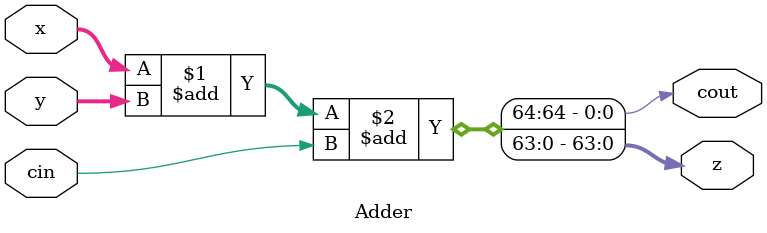
<source format=v>
`timescale 1ns/100ps

module Adder
  #(parameter n = 64,
  parameter delay = 50)
(
  input [n-1:0] x,
  input [n-1:0] y,
  input cin,
  output [n-1:0] z,
  output cout);
  
  assign {cout, z} = x + y + cin;
  
endmodule

</source>
